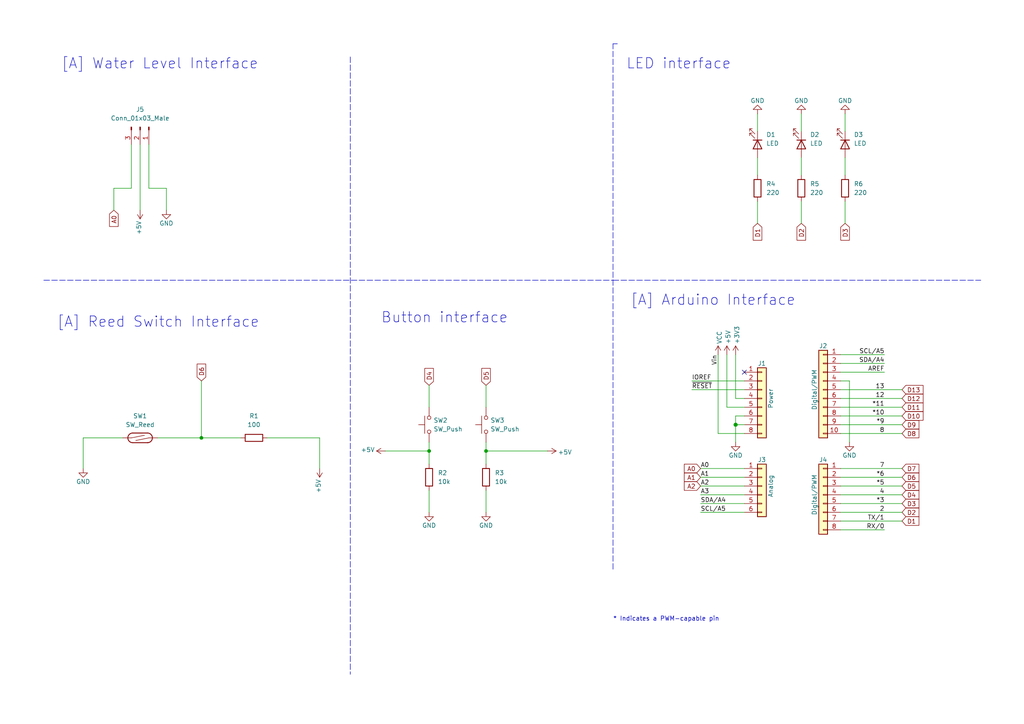
<source format=kicad_sch>
(kicad_sch (version 20211123) (generator eeschema)
  (paper "A4")
  (title_block (date "mar. 31 mars 2015"))
  (lib_symbols
    (symbol "Connector:Conn_01x03_Male" (pin_names (offset 1.016) hide)
      (property "Reference" "J" (at 0 5.08 0))
      (property "Value" "Conn_01x03_Male" (at 0 -5.08 0))
      (symbol "Conn_01x03_Male_1_1"
        (polyline (pts (xy 1.27 -2.54) (xy 0.8636 -2.54)) (stroke (width 0.1524)))
        (polyline (pts (xy 1.27 0) (xy 0.8636 0)) (stroke (width 0.1524)))
        (polyline (pts (xy 1.27 2.54) (xy 0.8636 2.54)) (stroke (width 0.1524)))
        (rectangle (start 0.8636 -2.413) (end 0 -2.667) (stroke (width 0.1524)) (fill (type outline)))
        (rectangle (start 0.8636 0.127) (end 0 -0.127) (stroke (width 0.1524)) (fill (type outline)))
        (rectangle (start 0.8636 2.667) (end 0 2.413) (stroke (width 0.1524)) (fill (type outline)))
        (pin passive line (at 5.08 2.54 180) (length 3.81) (name "Pin_1") (number "1"))
        (pin passive line (at 5.08 0 180) (length 3.81) (name "Pin_2") (number "2"))
        (pin passive line (at 5.08 -2.54 180) (length 3.81) (name "Pin_3") (number "3"))
      )
    )
    (symbol "Connector_Generic:Conn_01x06" (pin_names (offset 1.016) hide)
      (property "Reference" "J" (at 0 7.62 0))
      (property "Value" "Conn_01x06" (at 0 -10.16 0))
      (symbol "Conn_01x06_1_1"
        (rectangle (start -1.27 -7.493) (end 0 -7.747) (stroke (width 0.1524)))
        (rectangle (start -1.27 -4.953) (end 0 -5.207) (stroke (width 0.1524)))
        (rectangle (start -1.27 -2.413) (end 0 -2.667) (stroke (width 0.1524)))
        (rectangle (start -1.27 0.127) (end 0 -0.127) (stroke (width 0.1524)))
        (rectangle (start -1.27 2.667) (end 0 2.413) (stroke (width 0.1524)))
        (rectangle (start -1.27 5.207) (end 0 4.953) (stroke (width 0.1524)))
        (rectangle (start -1.27 6.35) (end 1.27 -8.89) (stroke (width 0.254)) (fill (type background)))
        (pin passive line (at -5.08 5.08 0) (length 3.81) (name "Pin_1") (number "1"))
        (pin passive line (at -5.08 2.54 0) (length 3.81) (name "Pin_2") (number "2"))
        (pin passive line (at -5.08 0 0) (length 3.81) (name "Pin_3") (number "3"))
        (pin passive line (at -5.08 -2.54 0) (length 3.81) (name "Pin_4") (number "4"))
        (pin passive line (at -5.08 -5.08 0) (length 3.81) (name "Pin_5") (number "5"))
        (pin passive line (at -5.08 -7.62 0) (length 3.81) (name "Pin_6") (number "6"))
      )
    )
    (symbol "Connector_Generic:Conn_01x08" (pin_names (offset 1.016) hide)
      (property "Reference" "J" (at 0 10.16 0))
      (property "Value" "Conn_01x08" (at 0 -12.7 0))
      (symbol "Conn_01x08_1_1"
        (rectangle (start -1.27 -10.033) (end 0 -10.287) (stroke (width 0.1524)))
        (rectangle (start -1.27 -7.493) (end 0 -7.747) (stroke (width 0.1524)))
        (rectangle (start -1.27 -4.953) (end 0 -5.207) (stroke (width 0.1524)))
        (rectangle (start -1.27 -2.413) (end 0 -2.667) (stroke (width 0.1524)))
        (rectangle (start -1.27 0.127) (end 0 -0.127) (stroke (width 0.1524)))
        (rectangle (start -1.27 2.667) (end 0 2.413) (stroke (width 0.1524)))
        (rectangle (start -1.27 5.207) (end 0 4.953) (stroke (width 0.1524)))
        (rectangle (start -1.27 7.747) (end 0 7.493) (stroke (width 0.1524)))
        (rectangle (start -1.27 8.89) (end 1.27 -11.43) (stroke (width 0.254)) (fill (type background)))
        (pin passive line (at -5.08 7.62 0) (length 3.81) (name "Pin_1") (number "1"))
        (pin passive line (at -5.08 5.08 0) (length 3.81) (name "Pin_2") (number "2"))
        (pin passive line (at -5.08 2.54 0) (length 3.81) (name "Pin_3") (number "3"))
        (pin passive line (at -5.08 0 0) (length 3.81) (name "Pin_4") (number "4"))
        (pin passive line (at -5.08 -2.54 0) (length 3.81) (name "Pin_5") (number "5"))
        (pin passive line (at -5.08 -5.08 0) (length 3.81) (name "Pin_6") (number "6"))
        (pin passive line (at -5.08 -7.62 0) (length 3.81) (name "Pin_7") (number "7"))
        (pin passive line (at -5.08 -10.16 0) (length 3.81) (name "Pin_8") (number "8"))
      )
    )
    (symbol "Connector_Generic:Conn_01x10" (pin_names (offset 1.016) hide)
      (property "Reference" "J" (at 0 12.7 0))
      (property "Value" "Conn_01x10" (at 0 -15.24 0))
      (symbol "Conn_01x10_1_1"
        (rectangle (start -1.27 -12.573) (end 0 -12.827) (stroke (width 0.1524)))
        (rectangle (start -1.27 -10.033) (end 0 -10.287) (stroke (width 0.1524)))
        (rectangle (start -1.27 -7.493) (end 0 -7.747) (stroke (width 0.1524)))
        (rectangle (start -1.27 -4.953) (end 0 -5.207) (stroke (width 0.1524)))
        (rectangle (start -1.27 -2.413) (end 0 -2.667) (stroke (width 0.1524)))
        (rectangle (start -1.27 0.127) (end 0 -0.127) (stroke (width 0.1524)))
        (rectangle (start -1.27 2.667) (end 0 2.413) (stroke (width 0.1524)))
        (rectangle (start -1.27 5.207) (end 0 4.953) (stroke (width 0.1524)))
        (rectangle (start -1.27 7.747) (end 0 7.493) (stroke (width 0.1524)))
        (rectangle (start -1.27 10.287) (end 0 10.033) (stroke (width 0.1524)))
        (rectangle (start -1.27 11.43) (end 1.27 -13.97) (stroke (width 0.254)) (fill (type background)))
        (pin passive line (at -5.08 10.16 0) (length 3.81) (name "Pin_1") (number "1"))
        (pin passive line (at -5.08 -12.7 0) (length 3.81) (name "Pin_10") (number "10"))
        (pin passive line (at -5.08 7.62 0) (length 3.81) (name "Pin_2") (number "2"))
        (pin passive line (at -5.08 5.08 0) (length 3.81) (name "Pin_3") (number "3"))
        (pin passive line (at -5.08 2.54 0) (length 3.81) (name "Pin_4") (number "4"))
        (pin passive line (at -5.08 0 0) (length 3.81) (name "Pin_5") (number "5"))
        (pin passive line (at -5.08 -2.54 0) (length 3.81) (name "Pin_6") (number "6"))
        (pin passive line (at -5.08 -5.08 0) (length 3.81) (name "Pin_7") (number "7"))
        (pin passive line (at -5.08 -7.62 0) (length 3.81) (name "Pin_8") (number "8"))
        (pin passive line (at -5.08 -10.16 0) (length 3.81) (name "Pin_9") (number "9"))
      )
    )
    (symbol "Device:LED" (pin_numbers hide) (pin_names (offset 1.016) hide)
      (property "Reference" "D" (at 0 2.54 0))
      (property "Value" "LED" (at 0 -2.54 0))
      (symbol "LED_0_1"
        (polyline (pts (xy -1.27 -1.27) (xy -1.27 1.27)) (stroke (width 0.254)))
        (polyline (pts (xy -1.27 0) (xy 1.27 0)))
        (polyline (pts (xy 1.27 -1.27) (xy 1.27 1.27) (xy -1.27 0) (xy 1.27 -1.27)) (stroke (width 0.254)))
        (polyline (pts (xy -3.048 -0.762) (xy -4.572 -2.286) (xy -3.81 -2.286) (xy -4.572 -2.286) (xy -4.572 -1.524)))
        (polyline (pts (xy -1.778 -0.762) (xy -3.302 -2.286) (xy -2.54 -2.286) (xy -3.302 -2.286) (xy -3.302 -1.524)))
      )
      (symbol "LED_1_1"
        (pin passive line (at -3.81 0 0) (length 2.54) (name "K") (number "1"))
        (pin passive line (at 3.81 0 180) (length 2.54) (name "A") (number "2"))
      )
    )
    (symbol "Device:R" (pin_numbers hide) (pin_names (offset 0))
      (property "Reference" "R" (at 2.032 0 90))
      (property "Value" "R" (at 0 0 90))
      (symbol "R_0_1"
        (rectangle (start -1.016 -2.54) (end 1.016 2.54) (stroke (width 0.254)))
      )
      (symbol "R_1_1"
        (pin passive line (at 0 3.81 270) (length 1.27) (name "~") (number "1"))
        (pin passive line (at 0 -3.81 90) (length 1.27) (name "~") (number "2"))
      )
    )
    (symbol "Switch:SW_Push" (pin_numbers hide) (pin_names (offset 1.016) hide)
      (property "Reference" "SW" (at 1.27 2.54 0))
      (property "Value" "SW_Push" (at 0 -1.524 0))
      (symbol "SW_Push_0_1"
        (circle (center -2.032 0) (radius 0.508))
        (polyline (pts (xy 0 1.27) (xy 0 3.048)))
        (polyline (pts (xy 2.54 1.27) (xy -2.54 1.27)))
        (circle (center 2.032 0) (radius 0.508))
        (pin passive line (at -5.08 0 0) (length 2.54) (name "1") (number "1"))
        (pin passive line (at 5.08 0 180) (length 2.54) (name "2") (number "2"))
      )
    )
    (symbol "Switch:SW_Reed" (pin_numbers hide) (pin_names (offset 0) hide)
      (property "Reference" "SW" (at 0 2.54 0))
      (property "Value" "SW_Reed" (at 0 -2.54 0))
      (symbol "SW_Reed_0_0"
        (arc (start -2.159 1.397) (mid -3.556 0) (end -2.159 -1.397) (stroke (width 0.254)))
        (polyline (pts (xy -2.54 0) (xy 1.27 0.762)))
        (polyline (pts (xy -2.159 -1.397) (xy 2.286 -1.397)) (stroke (width 0.254)))
        (polyline (pts (xy 2.159 1.397) (xy -2.159 1.397)) (stroke (width 0.254)))
        (polyline (pts (xy 2.54 0) (xy -1.27 -0.762)))
        (arc (start 2.159 -1.397) (mid 3.556 0) (end 2.159 1.397) (stroke (width 0.254)))
      )
      (symbol "SW_Reed_1_1"
        (pin passive line (at -5.08 0 0) (length 2.54) (name "1") (number "1"))
        (pin passive line (at 5.08 0 180) (length 2.54) (name "2") (number "2"))
      )
    )
    (symbol "power:+3V3" (power) (pin_names (offset 0))
      (property "Value" "+3V3" (at 0 3.556 0))
      (symbol "+3V3_0_1"
        (polyline (pts (xy -0.762 1.27) (xy 0 2.54)))
        (polyline (pts (xy 0 0) (xy 0 2.54)))
        (polyline (pts (xy 0 2.54) (xy 0.762 1.27)))
      )
      (symbol "+3V3_1_1"
        (pin power_in line (at 0 0 90) (length 0) hide (name "+3V3") (number "1"))
      )
    )
    (symbol "power:+5V" (power) (pin_names (offset 0))
      (property "Value" "+5V" (at 0 3.556 0))
      (symbol "+5V_0_1"
        (polyline (pts (xy -0.762 1.27) (xy 0 2.54)))
        (polyline (pts (xy 0 0) (xy 0 2.54)))
        (polyline (pts (xy 0 2.54) (xy 0.762 1.27)))
      )
      (symbol "+5V_1_1"
        (pin power_in line (at 0 0 90) (length 0) hide (name "+5V") (number "1"))
      )
    )
    (symbol "power:GND" (power) (pin_names (offset 0))
      (property "Value" "GND" (at 0 -3.81 0))
      (symbol "GND_0_1"
        (polyline (pts (xy 0 0) (xy 0 -1.27) (xy 1.27 -1.27) (xy 0 -2.54) (xy -1.27 -1.27) (xy 0 -1.27)))
      )
      (symbol "GND_1_1"
        (pin power_in line (at 0 0 270) (length 0) hide (name "GND") (number "1"))
      )
    )
    (symbol "power:VCC" (power) (pin_names (offset 0))
      (property "Value" "VCC" (at 0 3.81 0))
      (symbol "VCC_0_1"
        (polyline (pts (xy -0.762 1.27) (xy 0 2.54)))
        (polyline (pts (xy 0 0) (xy 0 2.54)))
        (polyline (pts (xy 0 2.54) (xy 0.762 1.27)))
      )
      (symbol "VCC_1_1"
        (pin power_in line (at 0 0 90) (length 0) hide (name "VCC") (number "1"))
      )
    )
  )
  (junction (at 58.42 127))
  (junction (at 213.36 123.19) (diameter 1.016))
  (junction (at 140.97 130.81))
  (junction (at 124.46 130.81))
  (no_connect (at 215.9 107.95))
  (wire (pts (xy 243.84 153.67) (xy 256.54 153.67)))
  (wire (pts (xy 140.97 111.76) (xy 140.97 118.11)))
  (wire (pts (xy 243.84 120.65) (xy 261.62 120.65)))
  (wire (pts (xy 243.84 102.87) (xy 256.54 102.87)))
  (polyline (pts (xy 12.7 81.28) (xy 177.8 81.28)))
  (polyline (pts (xy 177.8 165.1) (xy 177.8 12.7)))
  (wire (pts (xy 213.36 120.65) (xy 213.36 123.19)))
  (wire (pts (xy 203.2 148.59) (xy 215.9 148.59)))
  (polyline (pts (xy 101.6 16.51) (xy 101.6 195.58)))
  (wire (pts (xy 213.36 123.19) (xy 213.36 128.27)))
  (wire (pts (xy 213.36 115.57) (xy 215.9 115.57)))
  (wire (pts (xy 210.82 118.11) (xy 215.9 118.11)))
  (wire (pts (xy 210.82 102.87) (xy 210.82 118.11)))
  (wire (pts (xy 43.18 54.61) (xy 43.18 41.91)))
  (wire (pts (xy 245.11 58.42) (xy 245.11 64.77)))
  (wire (pts (xy 213.36 102.87) (xy 213.36 115.57)))
  (wire (pts (xy 243.84 135.89) (xy 261.62 135.89)))
  (wire (pts (xy 232.41 33.02) (xy 232.41 38.1)))
  (wire (pts (xy 215.9 135.89) (xy 203.2 135.89)))
  (wire (pts (xy 232.41 45.72) (xy 232.41 50.8)))
  (wire (pts (xy 40.64 41.91) (xy 40.64 60.96)))
  (wire (pts (xy 245.11 45.72) (xy 245.11 50.8)))
  (wire (pts (xy 243.84 138.43) (xy 261.62 138.43)))
  (wire (pts (xy 124.46 111.76) (xy 124.46 118.11)))
  (wire (pts (xy 243.84 123.19) (xy 261.62 123.19)))
  (wire (pts (xy 140.97 130.81) (xy 158.75 130.81)))
  (wire (pts (xy 111.76 130.81) (xy 124.46 130.81)))
  (wire (pts (xy 219.71 58.42) (xy 219.71 64.77)))
  (wire (pts (xy 33.02 54.61) (xy 38.1 54.61)))
  (wire (pts (xy 77.47 127) (xy 92.71 127)))
  (wire (pts (xy 200.66 110.49) (xy 215.9 110.49)))
  (wire (pts (xy 58.42 127) (xy 69.85 127)))
  (wire (pts (xy 232.41 58.42) (xy 232.41 64.77)))
  (wire (pts (xy 140.97 128.27) (xy 140.97 130.81)))
  (wire (pts (xy 219.71 33.02) (xy 219.71 38.1)))
  (wire (pts (xy 140.97 142.24) (xy 140.97 148.59)))
  (wire (pts (xy 246.38 110.49) (xy 246.38 128.27)))
  (wire (pts (xy 243.84 115.57) (xy 261.62 115.57)))
  (wire (pts (xy 243.84 107.95) (xy 256.54 107.95)))
  (wire (pts (xy 243.84 143.51) (xy 261.62 143.51)))
  (wire (pts (xy 219.71 45.72) (xy 219.71 50.8)))
  (wire (pts (xy 124.46 128.27) (xy 124.46 130.81)))
  (wire (pts (xy 24.13 135.89) (xy 24.13 127)))
  (wire (pts (xy 215.9 140.97) (xy 203.2 140.97)))
  (wire (pts (xy 200.66 113.03) (xy 215.9 113.03)))
  (wire (pts (xy 58.42 127) (xy 58.42 110.49)))
  (wire (pts (xy 243.84 151.13) (xy 261.62 151.13)))
  (wire (pts (xy 33.02 60.96) (xy 33.02 54.61)))
  (wire (pts (xy 215.9 123.19) (xy 213.36 123.19)))
  (wire (pts (xy 124.46 130.81) (xy 124.46 134.62)))
  (wire (pts (xy 245.11 33.02) (xy 245.11 38.1)))
  (wire (pts (xy 215.9 125.73) (xy 208.28 125.73)))
  (wire (pts (xy 48.26 60.96) (xy 48.26 54.61)))
  (wire (pts (xy 203.2 138.43) (xy 215.9 138.43)))
  (wire (pts (xy 38.1 54.61) (xy 38.1 41.91)))
  (wire (pts (xy 243.84 118.11) (xy 261.62 118.11)))
  (wire (pts (xy 243.84 110.49) (xy 246.38 110.49)))
  (wire (pts (xy 140.97 130.81) (xy 140.97 134.62)))
  (wire (pts (xy 215.9 120.65) (xy 213.36 120.65)))
  (wire (pts (xy 124.46 142.24) (xy 124.46 148.59)))
  (wire (pts (xy 243.84 140.97) (xy 261.62 140.97)))
  (wire (pts (xy 203.2 143.51) (xy 215.9 143.51)))
  (wire (pts (xy 45.72 127) (xy 58.42 127)))
  (wire (pts (xy 243.84 105.41) (xy 256.54 105.41)))
  (wire (pts (xy 243.84 113.03) (xy 261.62 113.03)))
  (wire (pts (xy 243.84 148.59) (xy 261.62 148.59)))
  (wire (pts (xy 24.13 127) (xy 35.56 127)))
  (wire (pts (xy 243.84 146.05) (xy 261.62 146.05)))
  (polyline (pts (xy 177.8 81.28) (xy 284.48 81.28)))
  (polyline (pts (xy 177.8 12.7) (xy 179.07 12.7)))
  (wire (pts (xy 208.28 125.73) (xy 208.28 102.87)))
  (wire (pts (xy 92.71 127) (xy 92.71 135.89)))
  (wire (pts (xy 48.26 54.61) (xy 43.18 54.61)))
  (wire (pts (xy 215.9 146.05) (xy 203.2 146.05)))
  (wire (pts (xy 243.84 125.73) (xy 261.62 125.73)))
  (text "Button interface" (at 110.49 93.98 0) (effects (font (size 3 3)) (justify left bottom)))
  (text "[A] Water Level Interface" (at 17.78 20.32 0) (effects (font (size 3 3)) (justify left bottom)))
  (text "[A] Arduino Interface\n" (at 182.88 88.9 0) (effects (font (size 3 3)) (justify left bottom)))
  (text "LED interface" (at 181.61 20.32 0) (effects (font (size 3 3)) (justify left bottom)))
  (text "* Indicates a PWM-capable pin" (at 177.8 180.34 0) (effects (font (size 1.27 1.27)) (justify left bottom)))
  (text "[A] Reed Switch Interface\n" (at 16.51 95.25 0) (effects (font (size 3 3)) (justify left bottom)))
  (label "RX{slash}0" (at 256.54 153.67 180))
  (label "A2" (at 203.2 140.97 0))
  (label "4" (at 256.54 143.51 180))
  (label "2" (at 256.54 148.59 180))
  (label "A3" (at 203.2 143.51 0))
  (label "13" (at 256.54 113.03 180))
  (label "12" (at 256.54 115.57 180))
  (label "~{RESET}" (at 200.66 113.03 0))
  (label "*10" (at 256.54 120.65 180))
  (label "7" (at 256.54 135.89 180))
  (label "SDA{slash}A4" (at 256.54 105.41 180))
  (label "8" (at 256.54 125.73 180))
  (label "*11" (at 256.54 118.11 180))
  (label "*3" (at 256.54 146.05 180))
  (label "A1" (at 203.2 138.43 0))
  (label "TX{slash}1" (at 256.54 151.13 180))
  (label "A0" (at 203.2 135.89 0))
  (label "AREF" (at 256.54 107.95 180))
  (label "Vin" (at 208.28 102.87 270))
  (label "*6" (at 256.54 138.43 180))
  (label "SCL{slash}A5" (at 256.54 102.87 180))
  (label "*9" (at 256.54 123.19 180))
  (label "*5" (at 256.54 140.97 180))
  (label "IOREF" (at 200.66 110.49 0))
  (label "SDA{slash}A4" (at 203.2 146.05 0))
  (label "SCL{slash}A5" (at 203.2 148.59 0))
  (global_label "D13" (shape input) (at 261.62 113.03 0) (property "Intersheet References" "${INTERSHEET_REFS}" (effects hide)))
  (global_label "D3" (shape input) (at 261.62 146.05 0) (property "Intersheet References" "${INTERSHEET_REFS}" (effects hide)))
  (global_label "D2" (shape input) (at 232.41 64.77 270) (property "Intersheet References" "${INTERSHEET_REFS}" (effects hide)))
  (global_label "D2" (shape input) (at 261.62 148.59 0) (property "Intersheet References" "${INTERSHEET_REFS}" (effects hide)))
  (global_label "D1" (shape input) (at 261.62 151.13 0) (property "Intersheet References" "${INTERSHEET_REFS}" (effects hide)))
  (global_label "A2" (shape input) (at 203.2 140.97 180) (property "Intersheet References" "${INTERSHEET_REFS}" (effects hide)))
  (global_label "A0" (shape input) (at 203.2 135.89 180) (property "Intersheet References" "${INTERSHEET_REFS}" (effects hide)))
  (global_label "D9" (shape input) (at 261.62 123.19 0) (property "Intersheet References" "${INTERSHEET_REFS}" (effects hide)))
  (global_label "D7" (shape input) (at 261.62 135.89 0) (property "Intersheet References" "${INTERSHEET_REFS}" (effects hide)))
  (global_label "D12" (shape input) (at 261.62 115.57 0) (property "Intersheet References" "${INTERSHEET_REFS}" (effects hide)))
  (global_label "D1" (shape input) (at 219.71 64.77 270) (property "Intersheet References" "${INTERSHEET_REFS}" (effects hide)))
  (global_label "D4" (shape input) (at 261.62 143.51 0) (property "Intersheet References" "${INTERSHEET_REFS}" (effects hide)))
  (global_label "A1" (shape input) (at 203.2 138.43 180) (property "Intersheet References" "${INTERSHEET_REFS}" (effects hide)))
  (global_label "D6" (shape input) (at 58.42 110.49 90) (property "Intersheet References" "${INTERSHEET_REFS}" (effects hide)))
  (global_label "D5" (shape input) (at 140.97 111.76 90) (property "Intersheet References" "${INTERSHEET_REFS}" (effects hide)))
  (global_label "D11" (shape input) (at 261.62 118.11 0) (property "Intersheet References" "${INTERSHEET_REFS}" (effects hide)))
  (global_label "D5" (shape input) (at 261.62 140.97 0) (property "Intersheet References" "${INTERSHEET_REFS}" (effects hide)))
  (global_label "D10" (shape input) (at 261.62 120.65 0) (property "Intersheet References" "${INTERSHEET_REFS}" (effects hide)))
  (global_label "A0" (shape input) (at 33.02 60.96 270) (property "Intersheet References" "${INTERSHEET_REFS}" (effects hide)))
  (global_label "D3" (shape input) (at 245.11 64.77 270) (property "Intersheet References" "${INTERSHEET_REFS}" (effects hide)))
  (global_label "D8" (shape input) (at 261.62 125.73 0) (property "Intersheet References" "${INTERSHEET_REFS}" (effects hide)))
  (global_label "D4" (shape input) (at 124.46 111.76 90) (property "Intersheet References" "${INTERSHEET_REFS}" (effects hide)))
  (global_label "D6" (shape input) (at 261.62 138.43 0) (property "Intersheet References" "${INTERSHEET_REFS}" (effects hide)))
  (symbol (lib_id "Connector_Generic:Conn_01x08") (at 220.98 115.57 0) (unit 1)
    (property "Reference" "J1" (at 220.98 105.41 0))
    (property "Value" "Power" (at 223.52 115.57 90))
    (property "Footprint" "Connector_PinSocket_2.54mm:PinSocket_1x08_P2.54mm_Vertical" (effects hide))
  )
  (symbol (lib_id "power:+3V3") (at 213.36 102.87 0) (unit 1)
    (property "Reference" "#PWR03" (effects hide))
    (property "Value" "+3.3V" (at 213.741 99.822 90) (effects (justify left)))
  )
  (symbol (lib_id "power:+5V") (at 210.82 102.87 0) (unit 1)
    (property "Reference" "#PWR02" (effects hide))
    (property "Value" "+5V" (at 211.1756 99.822 90) (effects (justify left)))
  )
  (symbol (lib_id "power:GND") (at 213.36 128.27 0) (unit 1)
    (property "Reference" "#PWR04" (effects hide))
    (property "Value" "GND" (at 213.36 132.08 0))
  )
  (symbol (lib_id "Connector_Generic:Conn_01x10") (at 238.76 113.03 0) (mirror y) (unit 1)
    (property "Reference" "J2" (at 238.76 100.33 0))
    (property "Value" "Digital/PWM" (at 236.22 113.03 90))
    (property "Footprint" "Connector_PinSocket_2.54mm:PinSocket_1x10_P2.54mm_Vertical" (effects hide))
  )
  (symbol (lib_id "power:GND") (at 246.38 128.27 0) (unit 1)
    (property "Reference" "#PWR05" (effects hide))
    (property "Value" "GND" (at 246.38 132.08 0))
  )
  (symbol (lib_id "Connector_Generic:Conn_01x06") (at 220.98 140.97 0) (unit 1)
    (property "Reference" "J3" (at 220.98 133.35 0))
    (property "Value" "Analog" (at 223.52 140.97 90))
    (property "Footprint" "Connector_PinSocket_2.54mm:PinSocket_1x06_P2.54mm_Vertical" (effects hide))
  )
  (symbol (lib_id "Connector_Generic:Conn_01x08") (at 238.76 143.51 0) (mirror y) (unit 1)
    (property "Reference" "J4" (at 238.76 133.35 0))
    (property "Value" "Digital/PWM" (at 236.22 143.51 90))
    (property "Footprint" "Connector_PinSocket_2.54mm:PinSocket_1x08_P2.54mm_Vertical" (effects hide))
  )
  (symbol (lib_id "Switch:SW_Push") (at 140.97 123.19 90) (unit 1)
    (property "Reference" "SW3" (at 142.24 121.9199 90) (effects (justify right)))
    (property "Value" "SW_Push" (at 142.24 124.4599 90) (effects (justify right)))
    (property "Footprint" "Buttons_Switches_THT:SW_PUSH_6mm" (effects hide))
  )
  (symbol (lib_id "Connector:Conn_01x03_Male") (at 40.64 36.83 270) (unit 1)
    (property "Reference" "J5" (at 40.64 31.75 90))
    (property "Value" "Conn_01x03_Male" (at 40.64 34.29 90))
    (property "Footprint" "Connector_PinHeader_2.54mm:PinHeader_1x03_P2.54mm_Vertical" (effects hide))
  )
  (symbol (lib_id "Device:LED") (at 219.71 41.91 270) (unit 1)
    (property "Reference" "D1" (at 222.25 39.0524 90) (effects (justify left)))
    (property "Value" "LED" (at 222.25 41.5924 90) (effects (justify left)))
    (property "Footprint" "LED_THT:LED_D5.0mm_IRGrey" (effects hide))
  )
  (symbol (lib_id "Device:R") (at 245.11 54.61 0) (unit 1)
    (property "Reference" "R6" (at 247.65 53.3399 0) (effects (justify left)))
    (property "Value" "220" (at 247.65 55.8799 0) (effects (justify left)))
    (property "Footprint" "Resistor_THT:R_Axial_DIN0207_L6.3mm_D2.5mm_P10.16mm_Horizontal" (effects hide))
  )
  (symbol (lib_id "power:GND") (at 24.13 135.89 0) (unit 1)
    (property "Reference" "#PWR06" (effects hide))
    (property "Value" "GND" (at 24.13 139.7 0))
  )
  (symbol (lib_id "power:+5V") (at 111.76 130.81 90) (unit 1)
    (property "Reference" "#PWR?" (effects hide))
    (property "Value" "+5V" (at 108.712 130.4544 90) (effects (justify left)))
  )
  (symbol (lib_id "Device:LED") (at 232.41 41.91 270) (unit 1)
    (property "Reference" "D2" (at 234.95 39.0524 90) (effects (justify left)))
    (property "Value" "LED" (at 234.95 41.5924 90) (effects (justify left)))
    (property "Footprint" "LED_THT:LED_D5.0mm_IRGrey" (effects hide))
  )
  (symbol (lib_id "power:GND") (at 140.97 148.59 0) (unit 1)
    (property "Reference" "#PWR011" (effects hide))
    (property "Value" "GND" (at 140.97 152.4 0))
  )
  (symbol (lib_id "Device:R") (at 232.41 54.61 0) (unit 1)
    (property "Reference" "R5" (at 234.95 53.3399 0) (effects (justify left)))
    (property "Value" "220" (at 234.95 55.8799 0) (effects (justify left)))
    (property "Footprint" "Resistor_THT:R_Axial_DIN0207_L6.3mm_D2.5mm_P10.16mm_Horizontal" (effects hide))
  )
  (symbol (lib_id "power:GND") (at 219.71 33.02 180) (unit 1)
    (property "Reference" "#PWR012" (effects hide))
    (property "Value" "GND" (at 219.71 29.21 0))
  )
  (symbol (lib_id "power:GND") (at 124.46 148.59 0) (unit 1)
    (property "Reference" "#PWR010" (effects hide))
    (property "Value" "GND" (at 124.46 152.4 0))
  )
  (symbol (lib_id "power:+5V") (at 158.75 130.81 270) (unit 1)
    (property "Reference" "#PWR?" (effects hide))
    (property "Value" "+5V" (at 161.798 131.1656 90) (effects (justify left)))
  )
  (symbol (lib_id "Device:R") (at 73.66 127 90) (unit 1)
    (property "Reference" "R1" (at 73.66 120.65 90))
    (property "Value" "100" (at 73.66 123.19 90))
    (property "Footprint" "Resistor_THT:R_Axial_DIN0207_L6.3mm_D2.5mm_P10.16mm_Horizontal" (effects hide))
  )
  (symbol (lib_id "Switch:SW_Push") (at 124.46 123.19 90) (unit 1)
    (property "Reference" "SW2" (at 125.73 121.9199 90) (effects (justify right)))
    (property "Value" "SW_Push" (at 125.73 124.4599 90) (effects (justify right)))
    (property "Footprint" "Buttons_Switches_THT:SW_PUSH_6mm" (effects hide))
  )
  (symbol (lib_id "power:VCC") (at 208.28 102.87 0) (unit 1)
    (property "Reference" "#PWR01" (effects hide))
    (property "Value" "VCC" (at 208.661 99.822 90) (effects (justify left)))
  )
  (symbol (lib_id "power:GND") (at 48.26 60.96 0) (unit 1)
    (property "Reference" "#PWR08" (effects hide))
    (property "Value" "GND" (at 48.26 64.77 0))
  )
  (symbol (lib_id "Switch:SW_Reed") (at 40.64 127 0) (unit 1)
    (property "Reference" "SW1" (at 40.64 120.65 0))
    (property "Value" "SW_Reed" (at 40.64 123.19 0))
    (property "Footprint" "Resistor_THT:R_Axial_DIN0309_L9.0mm_D3.2mm_P25.40mm_Horizontal" (effects hide))
  )
  (symbol (lib_id "Device:LED") (at 245.11 41.91 270) (unit 1)
    (property "Reference" "D3" (at 247.65 39.0524 90) (effects (justify left)))
    (property "Value" "LED" (at 247.65 41.5924 90) (effects (justify left)))
    (property "Footprint" "LED_THT:LED_D5.0mm_IRGrey" (effects hide))
  )
  (symbol (lib_id "Device:R") (at 124.46 138.43 0) (unit 1)
    (property "Reference" "R2" (at 127 137.1599 0) (effects (justify left)))
    (property "Value" "10k" (at 127 139.6999 0) (effects (justify left)))
    (property "Footprint" "Resistor_THT:R_Axial_DIN0207_L6.3mm_D2.5mm_P10.16mm_Horizontal" (effects hide))
  )
  (symbol (lib_id "power:GND") (at 232.41 33.02 180) (unit 1)
    (property "Reference" "#PWR013" (effects hide))
    (property "Value" "GND" (at 232.41 29.21 0))
  )
  (symbol (lib_id "Device:R") (at 140.97 138.43 0) (unit 1)
    (property "Reference" "R3" (at 143.51 137.1599 0) (effects (justify left)))
    (property "Value" "10k" (at 143.51 139.6999 0) (effects (justify left)))
    (property "Footprint" "Resistor_THT:R_Axial_DIN0207_L6.3mm_D2.5mm_P10.16mm_Horizontal" (effects hide))
  )
  (symbol (lib_id "power:+5V") (at 40.64 60.96 180) (unit 1)
    (property "Reference" "#PWR07" (effects hide))
    (property "Value" "+5V" (at 40.2844 64.008 90) (effects (justify left)))
  )
  (symbol (lib_id "power:+5V") (at 92.71 135.89 180) (unit 1)
    (property "Reference" "#PWR09" (effects hide))
    (property "Value" "+5V" (at 92.3544 138.938 90) (effects (justify left)))
  )
  (symbol (lib_id "Device:R") (at 219.71 54.61 0) (unit 1)
    (property "Reference" "R4" (at 222.25 53.3399 0) (effects (justify left)))
    (property "Value" "220" (at 222.25 55.8799 0) (effects (justify left)))
    (property "Footprint" "Resistor_THT:R_Axial_DIN0207_L6.3mm_D2.5mm_P10.16mm_Horizontal" (effects hide))
  )
  (symbol (lib_id "power:GND") (at 245.11 33.02 180) (unit 1)
    (property "Reference" "#PWR014" (effects hide))
    (property "Value" "GND" (at 245.11 29.21 0))
  )
)
</source>
